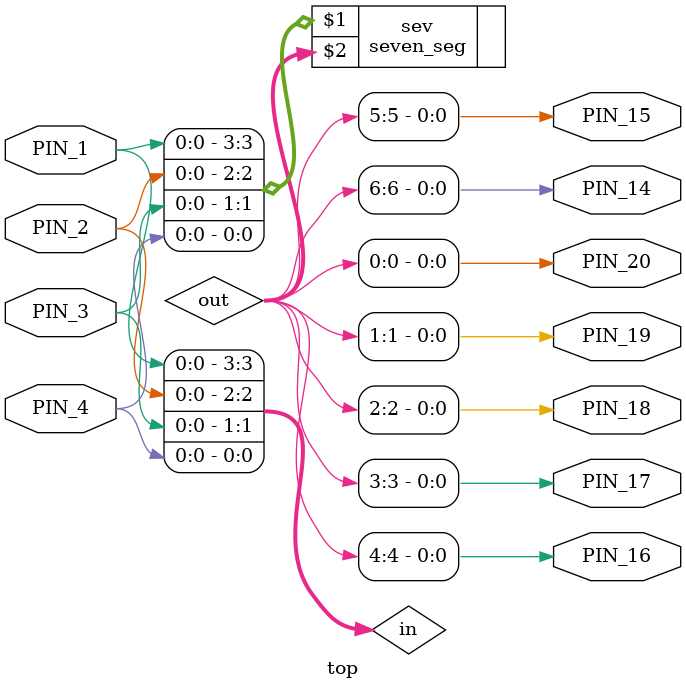
<source format=v>

module top (
    input PIN_1, PIN_2, PIN_3, PIN_4,
    output PIN_14, PIN_15, PIN_16, PIN_17, PIN_18, PIN_19, PIN_20);

    wire [3:0] in;
    wire [6:0] out;

    assign {PIN_1, PIN_2, PIN_3, PIN_4} = in;
    assign {PIN_14, PIN_15, PIN_16, PIN_17, PIN_18, PIN_19, PIN_20} = out;

    seven_seg sev (in, out);

endmodule

</source>
